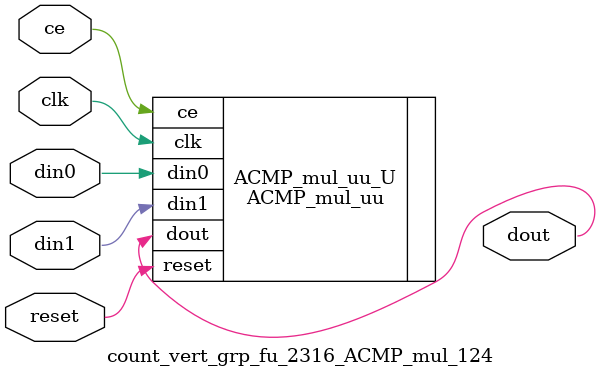
<source format=v>

`timescale 1 ns / 1 ps
module count_vert_grp_fu_2316_ACMP_mul_124(
    clk,
    reset,
    ce,
    din0,
    din1,
    dout);

parameter ID = 32'd1;
parameter NUM_STAGE = 32'd1;
parameter din0_WIDTH = 32'd1;
parameter din1_WIDTH = 32'd1;
parameter dout_WIDTH = 32'd1;
input clk;
input reset;
input ce;
input[din0_WIDTH - 1:0] din0;
input[din1_WIDTH - 1:0] din1;
output[dout_WIDTH - 1:0] dout;



ACMP_mul_uu #(
.ID( ID ),
.NUM_STAGE( 3 ),
.din0_WIDTH( din0_WIDTH ),
.din1_WIDTH( din1_WIDTH ),
.dout_WIDTH( dout_WIDTH ))
ACMP_mul_uu_U(
    .clk( clk ),
    .reset( reset ),
    .ce( ce ),
    .din0( din0 ),
    .din1( din1 ),
    .dout( dout ));

endmodule

</source>
